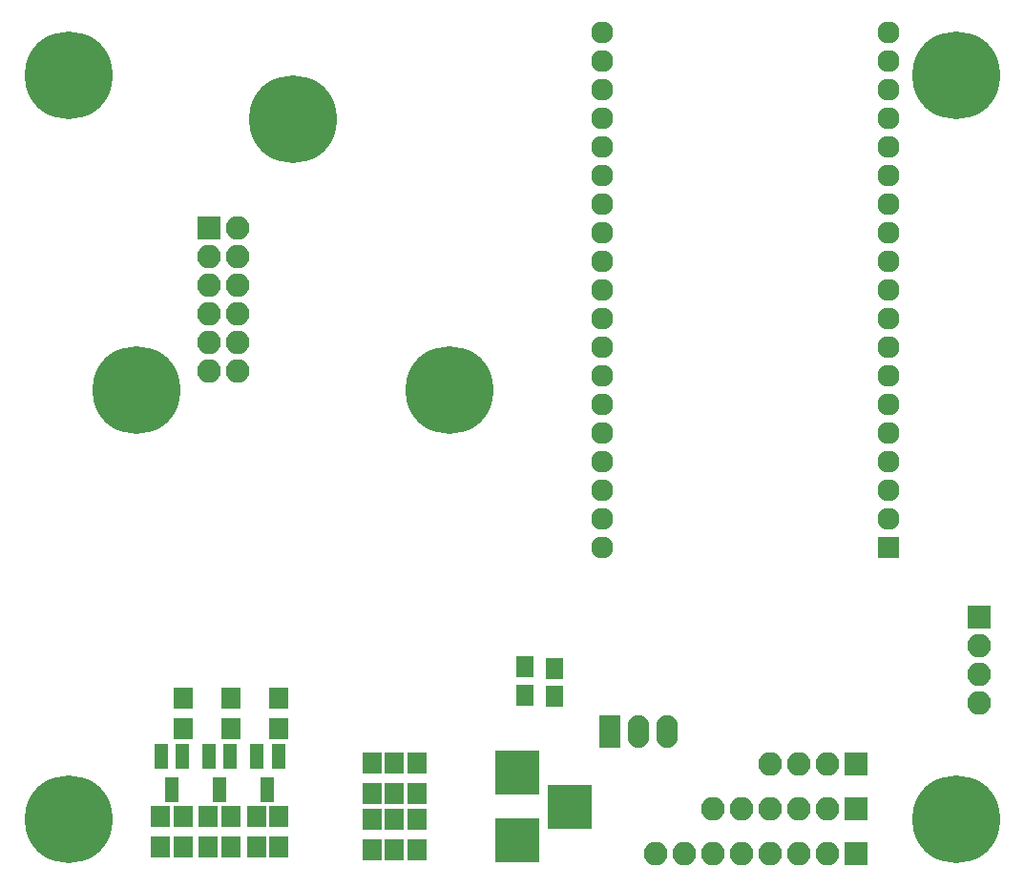
<source format=gts>
G04 #@! TF.GenerationSoftware,KiCad,Pcbnew,(5.0.0)*
G04 #@! TF.CreationDate,2019-02-18T14:00:49-08:00*
G04 #@! TF.ProjectId,mlab100_Base_Panel_1.6,6D6C61623130305F426173655F50616E,rev?*
G04 #@! TF.SameCoordinates,Original*
G04 #@! TF.FileFunction,Soldermask,Top*
G04 #@! TF.FilePolarity,Negative*
%FSLAX46Y46*%
G04 Gerber Fmt 4.6, Leading zero omitted, Abs format (unit mm)*
G04 Created by KiCad (PCBNEW (5.0.0)) date 02/18/19 14:00:49*
%MOMM*%
%LPD*%
G01*
G04 APERTURE LIST*
%ADD10R,1.960000X1.960000*%
%ADD11C,1.960000*%
%ADD12R,1.900000X2.900000*%
%ADD13O,1.900000X2.900000*%
%ADD14R,1.700000X1.900000*%
%ADD15R,2.100000X2.100000*%
%ADD16O,2.100000X2.100000*%
%ADD17R,1.200000X2.300000*%
%ADD18R,1.650000X1.900000*%
%ADD19C,7.800000*%
%ADD20R,3.900000X3.900000*%
G04 APERTURE END LIST*
D10*
G04 #@! TO.C,U1*
X77860000Y-46970000D03*
D11*
X77860000Y-44430000D03*
X77860000Y-1250000D03*
X77860000Y-41890000D03*
X77860000Y-39350000D03*
X77860000Y-36810000D03*
X77860000Y-34270000D03*
X77860000Y-31730000D03*
X77860000Y-29190000D03*
X77860000Y-26650000D03*
X77860000Y-24110000D03*
X77860000Y-21570000D03*
X77860000Y-19030000D03*
X77860000Y-16490000D03*
X77860000Y-13950000D03*
X77860000Y-11410000D03*
X77860000Y-8870000D03*
X77860000Y-6330000D03*
X77860000Y-3790000D03*
X52460000Y-46970000D03*
X52460000Y-44430000D03*
X52460000Y-41890000D03*
X52460000Y-39350000D03*
X52460000Y-36810000D03*
X52460000Y-34270000D03*
X52460000Y-31730000D03*
X52460000Y-29190000D03*
X52460000Y-26650000D03*
X52460000Y-24110000D03*
X52460000Y-21570000D03*
X52460000Y-19030000D03*
X52460000Y-16490000D03*
X52460000Y-13950000D03*
X52460000Y-11410000D03*
X52460000Y-8870000D03*
X52460000Y-6330000D03*
X52460000Y-3790000D03*
X52460000Y-1250000D03*
G04 #@! TD*
D12*
G04 #@! TO.C,U2*
X53100000Y-63300000D03*
D13*
X55640000Y-63300000D03*
X58180000Y-63300000D03*
G04 #@! TD*
D14*
G04 #@! TO.C,R5*
X23750000Y-70900000D03*
X23750000Y-73600000D03*
G04 #@! TD*
G04 #@! TO.C,R7*
X15250000Y-70900000D03*
X15250000Y-73600000D03*
G04 #@! TD*
D15*
G04 #@! TO.C,J1*
X85900000Y-53200000D03*
D16*
X85900000Y-55740000D03*
X85900000Y-58280000D03*
X85900000Y-60820000D03*
G04 #@! TD*
D17*
G04 #@! TO.C,Q6*
X19450000Y-65500000D03*
X17550000Y-65500000D03*
X18500000Y-68500000D03*
G04 #@! TD*
G04 #@! TO.C,Q2*
X23700000Y-65500000D03*
X21800000Y-65500000D03*
X22750000Y-68500000D03*
G04 #@! TD*
D15*
G04 #@! TO.C,J5*
X75000000Y-74200000D03*
D16*
X72460000Y-74200000D03*
X69920000Y-74200000D03*
X67380000Y-74200000D03*
X64840000Y-74200000D03*
X62300000Y-74200000D03*
X59760000Y-74200000D03*
X57220000Y-74200000D03*
G04 #@! TD*
D17*
G04 #@! TO.C,Q4*
X15200000Y-65500000D03*
X13300000Y-65500000D03*
X14250000Y-68500000D03*
G04 #@! TD*
D18*
G04 #@! TO.C,C4*
X45600000Y-60100000D03*
X45600000Y-57600000D03*
G04 #@! TD*
G04 #@! TO.C,C3*
X48200000Y-57700000D03*
X48200000Y-60200000D03*
G04 #@! TD*
D14*
G04 #@! TO.C,R9*
X19500000Y-70900000D03*
X19500000Y-73600000D03*
G04 #@! TD*
D15*
G04 #@! TO.C,J7*
X75000000Y-66200000D03*
D16*
X72460000Y-66200000D03*
X69920000Y-66200000D03*
X67380000Y-66200000D03*
G04 #@! TD*
G04 #@! TO.C,J2*
X20100000Y-31350000D03*
X17560000Y-31350000D03*
X20100000Y-28810000D03*
X17560000Y-28810000D03*
X20100000Y-26270000D03*
X17560000Y-26270000D03*
X20100000Y-23730000D03*
X17560000Y-23730000D03*
X20100000Y-21190000D03*
X17560000Y-21190000D03*
X20100000Y-18650000D03*
D15*
X17560000Y-18650000D03*
G04 #@! TD*
G04 #@! TO.C,J6*
X75000000Y-70200000D03*
D16*
X72460000Y-70200000D03*
X69920000Y-70200000D03*
X67380000Y-70200000D03*
X64840000Y-70200000D03*
X62300000Y-70200000D03*
G04 #@! TD*
D14*
G04 #@! TO.C,D3*
X21750000Y-70900000D03*
X21750000Y-73600000D03*
G04 #@! TD*
G04 #@! TO.C,D6*
X13250000Y-73600000D03*
X13250000Y-70900000D03*
G04 #@! TD*
G04 #@! TO.C,D7*
X17500000Y-70900000D03*
X17500000Y-73600000D03*
G04 #@! TD*
D19*
G04 #@! TO.C,MH1*
X5080000Y-5080000D03*
G04 #@! TD*
G04 #@! TO.C,MH2*
X5080000Y-71120000D03*
G04 #@! TD*
G04 #@! TO.C,MH3*
X83820000Y-71120000D03*
G04 #@! TD*
G04 #@! TO.C,MH4*
X83820000Y-5080000D03*
G04 #@! TD*
G04 #@! TO.C,MH5*
X38856400Y-33000000D03*
G04 #@! TD*
G04 #@! TO.C,MH6*
X11143600Y-33000000D03*
G04 #@! TD*
G04 #@! TO.C,MH7*
X25000000Y-9000000D03*
G04 #@! TD*
D14*
G04 #@! TO.C,R4*
X23750000Y-60400000D03*
X23750000Y-63100000D03*
G04 #@! TD*
G04 #@! TO.C,R6*
X15250000Y-63100000D03*
X15250000Y-60400000D03*
G04 #@! TD*
G04 #@! TO.C,R8*
X19500000Y-60400000D03*
X19500000Y-63100000D03*
G04 #@! TD*
D20*
G04 #@! TO.C,J4*
X49600000Y-70000000D03*
X44900000Y-73000000D03*
X44900000Y-67000000D03*
G04 #@! TD*
D14*
G04 #@! TO.C,D1*
X32000000Y-71150000D03*
X32000000Y-73850000D03*
G04 #@! TD*
G04 #@! TO.C,D2*
X34025001Y-73850000D03*
X34025001Y-71150000D03*
G04 #@! TD*
G04 #@! TO.C,D4*
X36000000Y-71150000D03*
X36000000Y-73850000D03*
G04 #@! TD*
G04 #@! TO.C,R1*
X32000000Y-66150000D03*
X32000000Y-68850000D03*
G04 #@! TD*
G04 #@! TO.C,R2*
X34000000Y-68850000D03*
X34000000Y-66150000D03*
G04 #@! TD*
G04 #@! TO.C,R3*
X36000000Y-66150000D03*
X36000000Y-68850000D03*
G04 #@! TD*
M02*

</source>
